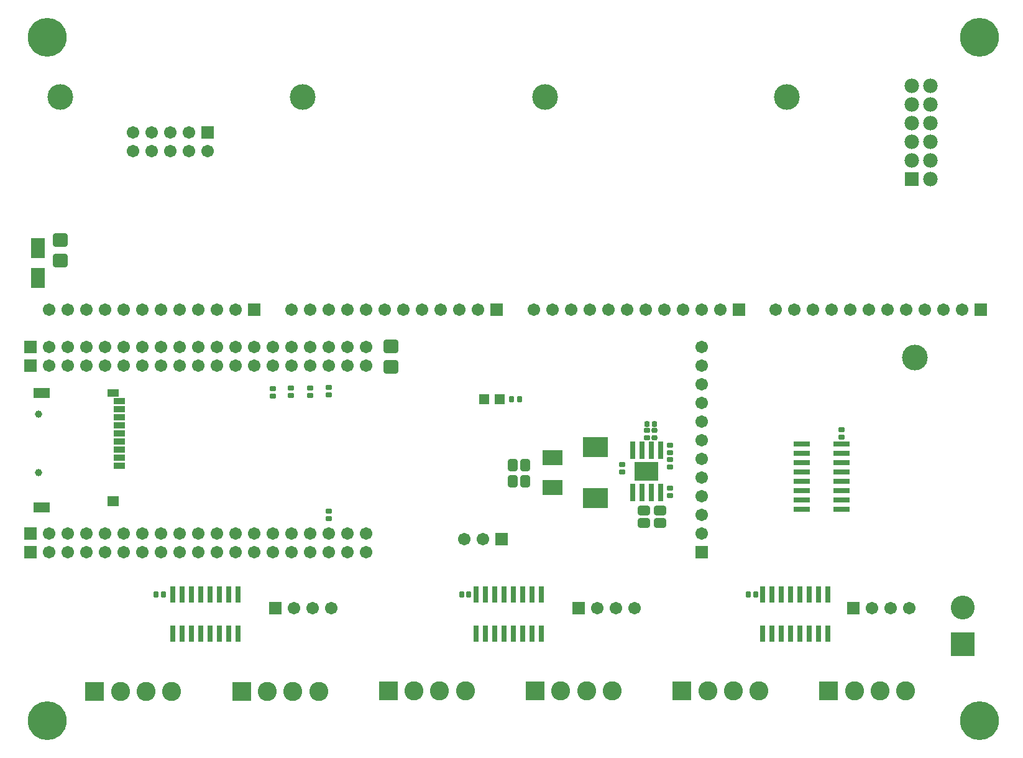
<source format=gbr>
G04 DipTrace 4.0.0.2*
G04 TopMask.gbr*
%MOIN*%
G04 #@! TF.FileFunction,Soldermask,Top*
G04 #@! TF.Part,Single*
%AMOUTLINE1*
4,1,28,
0.005577,-0.016008,
-0.005577,-0.016008,
-0.007786,-0.015717,
-0.010088,-0.014763,
-0.012065,-0.013246,
-0.013582,-0.011269,
-0.014536,-0.008967,
-0.014827,-0.006758,
-0.014827,0.006758,
-0.014536,0.008967,
-0.013582,0.011269,
-0.012065,0.013246,
-0.010088,0.014763,
-0.007786,0.015717,
-0.005577,0.016008,
0.005577,0.016008,
0.007786,0.015717,
0.010088,0.014763,
0.012065,0.013246,
0.013582,0.011269,
0.014536,0.008967,
0.014827,0.006758,
0.014827,-0.006758,
0.014536,-0.008967,
0.013582,-0.011269,
0.012065,-0.013246,
0.010088,-0.014763,
0.007786,-0.015717,
0.005577,-0.016008,
0*%
%AMOUTLINE4*
4,1,28,
-0.005577,0.016008,
0.005577,0.016008,
0.007786,0.015717,
0.010088,0.014763,
0.012065,0.013246,
0.013582,0.011269,
0.014536,0.008967,
0.014827,0.006758,
0.014827,-0.006758,
0.014536,-0.008967,
0.013582,-0.011269,
0.012065,-0.013246,
0.010088,-0.014763,
0.007786,-0.015717,
0.005577,-0.016008,
-0.005577,-0.016008,
-0.007786,-0.015717,
-0.010088,-0.014763,
-0.012065,-0.013246,
-0.013582,-0.011269,
-0.014536,-0.008967,
-0.014827,-0.006758,
-0.014827,0.006758,
-0.014536,0.008967,
-0.013582,0.011269,
-0.012065,0.013246,
-0.010088,0.014763,
-0.007786,0.015717,
-0.005577,0.016008,
0*%
%AMOUTLINE7*
4,1,28,
-0.026246,0.035496,
0.026246,0.035496,
0.029474,0.035071,
0.032726,0.033724,
0.035518,0.031581,
0.037661,0.028789,
0.039008,0.025537,
0.039433,0.022309,
0.039433,-0.022309,
0.039008,-0.025537,
0.037661,-0.028789,
0.035518,-0.031581,
0.032726,-0.033724,
0.029474,-0.035071,
0.026246,-0.035496,
-0.026246,-0.035496,
-0.029474,-0.035071,
-0.032726,-0.033724,
-0.035518,-0.031581,
-0.037661,-0.028789,
-0.039008,-0.025537,
-0.039433,-0.022309,
-0.039433,0.022309,
-0.039008,0.025537,
-0.037661,0.028789,
-0.035518,0.031581,
-0.032726,0.033724,
-0.029474,0.035071,
-0.026246,0.035496,
0*%
%AMOUTLINE10*
4,1,28,
-0.016008,-0.005577,
-0.016008,0.005577,
-0.015717,0.007785,
-0.014764,0.010088,
-0.013247,0.012065,
-0.011269,0.013582,
-0.008967,0.014536,
-0.006759,0.014827,
0.006758,0.014827,
0.008967,0.014536,
0.011269,0.013583,
0.013246,0.012065,
0.014763,0.010088,
0.015717,0.007786,
0.016008,0.005577,
0.016008,-0.005577,
0.015717,-0.007785,
0.014764,-0.010088,
0.013247,-0.012065,
0.011269,-0.013582,
0.008967,-0.014536,
0.006759,-0.014827,
-0.006758,-0.014827,
-0.008967,-0.014536,
-0.011269,-0.013583,
-0.013246,-0.012065,
-0.014763,-0.010088,
-0.015717,-0.007786,
-0.016008,-0.005577,
0*%
%AMOUTLINE13*
4,1,28,
0.016008,0.005577,
0.016008,-0.005577,
0.015717,-0.007785,
0.014764,-0.010088,
0.013247,-0.012065,
0.011269,-0.013582,
0.008967,-0.014536,
0.006759,-0.014827,
-0.006758,-0.014827,
-0.008967,-0.014536,
-0.011269,-0.013583,
-0.013246,-0.012065,
-0.014763,-0.010088,
-0.015717,-0.007786,
-0.016008,-0.005577,
-0.016008,0.005577,
-0.015717,0.007785,
-0.014764,0.010088,
-0.013247,0.012065,
-0.011269,0.013582,
-0.008967,0.014536,
-0.006759,0.014827,
0.006758,0.014827,
0.008967,0.014536,
0.011269,0.013583,
0.013246,0.012065,
0.014763,0.010088,
0.015717,0.007786,
0.016008,0.005577,
0*%
%AMOUTLINE16*
4,1,28,
-0.032937,-0.01227,
-0.032937,0.01227,
-0.032499,0.0156,
-0.031112,0.018946,
-0.028907,0.02182,
-0.026033,0.024026,
-0.022686,0.025412,
-0.019357,0.02585,
0.019357,0.02585,
0.022686,0.025412,
0.026033,0.024026,
0.028907,0.02182,
0.031112,0.018946,
0.032499,0.0156,
0.032937,0.01227,
0.032937,-0.01227,
0.032499,-0.0156,
0.031112,-0.018946,
0.028907,-0.02182,
0.026033,-0.024026,
0.022686,-0.025412,
0.019357,-0.02585,
-0.019357,-0.02585,
-0.022686,-0.025412,
-0.026033,-0.024026,
-0.028907,-0.02182,
-0.031112,-0.018946,
-0.032499,-0.0156,
-0.032937,-0.01227,
0*%
%AMOUTLINE19*
4,1,28,
0.032937,0.01227,
0.032937,-0.01227,
0.032499,-0.0156,
0.031112,-0.018946,
0.028907,-0.02182,
0.026033,-0.024026,
0.022686,-0.025412,
0.019357,-0.02585,
-0.019357,-0.02585,
-0.022686,-0.025412,
-0.026033,-0.024026,
-0.028907,-0.02182,
-0.031112,-0.018946,
-0.032499,-0.0156,
-0.032937,-0.01227,
-0.032937,0.01227,
-0.032499,0.0156,
-0.031112,0.018946,
-0.028907,0.02182,
-0.026033,0.024026,
-0.022686,0.025412,
-0.019357,0.02585,
0.019357,0.02585,
0.022686,0.025412,
0.026033,0.024026,
0.028907,0.02182,
0.031112,0.018946,
0.032499,0.0156,
0.032937,0.01227,
0*%
%AMOUTLINE22*
4,1,28,
0.005183,-0.015614,
-0.005183,-0.015614,
-0.007188,-0.01535,
-0.009301,-0.014475,
-0.011115,-0.013083,
-0.012507,-0.011269,
-0.013382,-0.009157,
-0.013646,-0.007152,
-0.013646,0.007152,
-0.013382,0.009157,
-0.012507,0.011269,
-0.011115,0.013083,
-0.009301,0.014475,
-0.007188,0.01535,
-0.005183,0.015614,
0.005183,0.015614,
0.007188,0.01535,
0.009301,0.014475,
0.011115,0.013083,
0.012507,0.011269,
0.013382,0.009157,
0.013646,0.007152,
0.013646,-0.007152,
0.013382,-0.009157,
0.012507,-0.011269,
0.011115,-0.013083,
0.009301,-0.014475,
0.007188,-0.01535,
0.005183,-0.015614,
0*%
%AMOUTLINE25*
4,1,28,
-0.005183,0.015614,
0.005183,0.015614,
0.007188,0.01535,
0.009301,0.014475,
0.011115,0.013083,
0.012507,0.011269,
0.013382,0.009157,
0.013646,0.007152,
0.013646,-0.007152,
0.013382,-0.009157,
0.012507,-0.011269,
0.011115,-0.013083,
0.009301,-0.014475,
0.007188,-0.01535,
0.005183,-0.015614,
-0.005183,-0.015614,
-0.007188,-0.01535,
-0.009301,-0.014475,
-0.011115,-0.013083,
-0.012507,-0.011269,
-0.013382,-0.009157,
-0.013646,-0.007152,
-0.013646,0.007152,
-0.013382,0.009157,
-0.012507,0.011269,
-0.011115,0.013083,
-0.009301,0.014475,
-0.007188,0.01535,
-0.005183,0.015614,
0*%
%AMOUTLINE28*
4,1,28,
0.015614,0.005183,
0.015614,-0.005183,
0.01535,-0.007188,
0.014475,-0.009301,
0.013083,-0.011115,
0.011269,-0.012507,
0.009157,-0.013382,
0.007152,-0.013646,
-0.007152,-0.013646,
-0.009157,-0.013382,
-0.011269,-0.012507,
-0.013083,-0.011115,
-0.014475,-0.009301,
-0.01535,-0.007188,
-0.015614,-0.005183,
-0.015614,0.005183,
-0.01535,0.007188,
-0.014475,0.009301,
-0.013083,0.011115,
-0.011269,0.012507,
-0.009157,0.013382,
-0.007152,0.013646,
0.007152,0.013646,
0.009157,0.013382,
0.011269,0.012507,
0.013083,0.011115,
0.014475,0.009301,
0.01535,0.007188,
0.015614,0.005183,
0*%
%AMOUTLINE31*
4,1,28,
-0.015614,-0.005183,
-0.015614,0.005183,
-0.01535,0.007188,
-0.014475,0.009301,
-0.013083,0.011115,
-0.011269,0.012507,
-0.009157,0.013382,
-0.007152,0.013646,
0.007152,0.013646,
0.009157,0.013382,
0.011269,0.012507,
0.013083,0.011115,
0.014475,0.009301,
0.01535,0.007188,
0.015614,0.005183,
0.015614,-0.005183,
0.01535,-0.007188,
0.014475,-0.009301,
0.013083,-0.011115,
0.011269,-0.012507,
0.009157,-0.013382,
0.007152,-0.013646,
-0.007152,-0.013646,
-0.009157,-0.013382,
-0.011269,-0.012507,
-0.013083,-0.011115,
-0.014475,-0.009301,
-0.01535,-0.007188,
-0.015614,-0.005183,
0*%
%AMOUTLINE34*
4,1,28,
-0.01227,0.032937,
0.01227,0.032937,
0.0156,0.032499,
0.018946,0.031112,
0.02182,0.028907,
0.024026,0.026033,
0.025412,0.022686,
0.02585,0.019357,
0.02585,-0.019357,
0.025412,-0.022686,
0.024026,-0.026033,
0.02182,-0.028907,
0.018946,-0.031112,
0.0156,-0.032499,
0.01227,-0.032937,
-0.01227,-0.032937,
-0.0156,-0.032499,
-0.018946,-0.031112,
-0.02182,-0.028907,
-0.024026,-0.026033,
-0.025412,-0.022686,
-0.02585,-0.019357,
-0.02585,0.019357,
-0.025412,0.022686,
-0.024026,0.026033,
-0.02182,0.028907,
-0.018946,0.031112,
-0.0156,0.032499,
-0.01227,0.032937,
0*%
%AMOUTLINE37*
4,1,28,
0.01227,-0.032937,
-0.01227,-0.032937,
-0.0156,-0.032499,
-0.018946,-0.031112,
-0.02182,-0.028907,
-0.024026,-0.026033,
-0.025412,-0.022686,
-0.02585,-0.019357,
-0.02585,0.019357,
-0.025412,0.022686,
-0.024026,0.026033,
-0.02182,0.028907,
-0.018946,0.031112,
-0.0156,0.032499,
-0.01227,0.032937,
0.01227,0.032937,
0.0156,0.032499,
0.018946,0.031112,
0.02182,0.028907,
0.024026,0.026033,
0.025412,0.022686,
0.02585,0.019357,
0.02585,-0.019357,
0.025412,-0.022686,
0.024026,-0.026033,
0.02182,-0.028907,
0.018946,-0.031112,
0.0156,-0.032499,
0.01227,-0.032937,
0*%
%AMOUTLINE40*
4,1,28,
-0.016205,-0.005577,
-0.016205,0.005577,
-0.015927,0.007684,
-0.015013,0.009891,
-0.013558,0.011787,
-0.011663,0.013241,
-0.009455,0.014156,
-0.007349,0.014433,
0.007349,0.014433,
0.009455,0.014156,
0.011663,0.013241,
0.013558,0.011787,
0.015013,0.009891,
0.015927,0.007684,
0.016205,0.005577,
0.016205,-0.005577,
0.015927,-0.007684,
0.015013,-0.009891,
0.013558,-0.011787,
0.011663,-0.013241,
0.009455,-0.014156,
0.007349,-0.014433,
-0.007349,-0.014433,
-0.009455,-0.014156,
-0.011663,-0.013241,
-0.013558,-0.011787,
-0.015013,-0.009891,
-0.015927,-0.007684,
-0.016205,-0.005577,
0*%
%AMOUTLINE43*
4,1,28,
0.016205,0.005577,
0.016205,-0.005577,
0.015927,-0.007684,
0.015013,-0.009891,
0.013558,-0.011787,
0.011663,-0.013241,
0.009455,-0.014156,
0.007349,-0.014433,
-0.007349,-0.014433,
-0.009455,-0.014156,
-0.011663,-0.013241,
-0.013558,-0.011787,
-0.015013,-0.009891,
-0.015927,-0.007684,
-0.016205,-0.005577,
-0.016205,0.005577,
-0.015927,0.007684,
-0.015013,0.009891,
-0.013558,0.011787,
-0.011663,0.013241,
-0.009455,0.014156,
-0.007349,0.014433,
0.007349,0.014433,
0.009455,0.014156,
0.011663,0.013241,
0.013558,0.011787,
0.015013,0.009891,
0.015927,0.007684,
0.016205,0.005577,
0*%
%AMOUTLINE46*
4,1,28,
0.005577,-0.016205,
-0.005577,-0.016205,
-0.007684,-0.015927,
-0.009891,-0.015013,
-0.011787,-0.013558,
-0.013241,-0.011663,
-0.014156,-0.009455,
-0.014433,-0.007349,
-0.014433,0.007349,
-0.014156,0.009455,
-0.013241,0.011663,
-0.011787,0.013558,
-0.009891,0.015013,
-0.007684,0.015927,
-0.005577,0.016205,
0.005577,0.016205,
0.007684,0.015927,
0.009891,0.015013,
0.011787,0.013558,
0.013241,0.011663,
0.014156,0.009455,
0.014433,0.007349,
0.014433,-0.007349,
0.014156,-0.009455,
0.013241,-0.011663,
0.011787,-0.013558,
0.009891,-0.015013,
0.007684,-0.015927,
0.005577,-0.016205,
0*%
%AMOUTLINE49*
4,1,28,
-0.005577,0.016205,
0.005577,0.016205,
0.007684,0.015927,
0.009891,0.015013,
0.011787,0.013558,
0.013241,0.011663,
0.014156,0.009455,
0.014433,0.007349,
0.014433,-0.007349,
0.014156,-0.009455,
0.013241,-0.011663,
0.011787,-0.013558,
0.009891,-0.015013,
0.007684,-0.015927,
0.005577,-0.016205,
-0.005577,-0.016205,
-0.007684,-0.015927,
-0.009891,-0.015013,
-0.011787,-0.013558,
-0.013241,-0.011663,
-0.014156,-0.009455,
-0.014433,-0.007349,
-0.014433,0.007349,
-0.014156,0.009455,
-0.013241,0.011663,
-0.011787,0.013558,
-0.009891,0.015013,
-0.007684,0.015927,
-0.005577,0.016205,
0*%
%ADD23C,0.03937*%
%ADD53C,0.137795*%
%ADD62R,0.130047X0.102488*%
%ADD64R,0.025717X0.092646*%
%ADD66C,0.078*%
%ADD68R,0.078X0.078*%
%ADD70R,0.08674X0.031622*%
%ADD72R,0.031622X0.08674*%
%ADD74C,0.128*%
%ADD76R,0.128X0.128*%
%ADD78C,0.102488*%
%ADD80R,0.102488X0.102488*%
%ADD82R,0.063118X0.039496*%
%ADD84R,0.063118X0.055244*%
%ADD86R,0.08674X0.055244*%
%ADD88R,0.059181X0.035559*%
%ADD90C,0.208*%
%ADD92R,0.055244X0.055244*%
%ADD94R,0.106425X0.082803*%
%ADD96C,0.067055*%
%ADD98R,0.067055X0.067055*%
%ADD100R,0.137921X0.106425*%
%ADD102R,0.074929X0.106425*%
%ADD110OUTLINE1*%
%ADD113OUTLINE4*%
%ADD116OUTLINE7*%
%ADD119OUTLINE10*%
%ADD122OUTLINE13*%
%ADD125OUTLINE16*%
%ADD128OUTLINE19*%
%ADD131OUTLINE22*%
%ADD134OUTLINE25*%
%ADD137OUTLINE28*%
%ADD140OUTLINE31*%
%ADD143OUTLINE34*%
%ADD146OUTLINE37*%
%ADD149OUTLINE40*%
%ADD152OUTLINE43*%
%ADD155OUTLINE46*%
%ADD158OUTLINE49*%
%FSLAX26Y26*%
G04*
G70*
G90*
G75*
G01*
G04 TopMask*
%LPD*%
D110*
X1156500Y1209157D3*
D113*
X1117917D3*
D116*
X2375249Y2539276D3*
Y2429039D3*
D110*
X2794000Y1209157D3*
D113*
X2755417D3*
D110*
X4331500D3*
D113*
X4292917D3*
D119*
X4794000Y2052366D3*
D122*
Y2090949D3*
D116*
X601899Y3108451D3*
Y2998215D3*
D125*
X3819194Y1591331D3*
D128*
Y1658260D3*
D125*
X3731639Y1591331D3*
D128*
Y1658260D3*
D131*
X3788243Y2120449D3*
D134*
X3751235D3*
D137*
X3788928Y2086064D3*
D140*
Y2049056D3*
D119*
X3616444Y1865114D3*
D122*
X3616443Y1903697D3*
D143*
X3028423Y1899433D3*
D146*
X3095352D3*
D143*
X3028423Y1812819D3*
D146*
X3095352D3*
D102*
X483604Y2905408D3*
X483601Y3062888D3*
D100*
X3473301Y1996283D3*
X3473308Y1724630D3*
D98*
X1756500Y1134157D3*
D96*
X1856500D3*
X1956500D3*
X2056500D3*
D98*
X3381500D3*
D96*
X3481500D3*
X3581500D3*
X3681500D3*
D98*
X4856500D3*
D96*
X4956500D3*
X5056500D3*
X5156500D3*
D98*
X444000Y2534157D3*
D96*
X544000D3*
X644000D3*
X744000D3*
X844000D3*
X944000D3*
X1044000D3*
X1144000D3*
X1244000D3*
X1344000D3*
X1444000D3*
X1544000D3*
X1644000D3*
X1744000D3*
X1844000D3*
X1944000D3*
X2044000D3*
X2144000D3*
X2244000D3*
D98*
X444000Y2434157D3*
D96*
X544000D3*
X644000D3*
X744000D3*
X844000D3*
X944000D3*
X1044000D3*
X1144000D3*
X1244000D3*
X1344000D3*
X1444000D3*
X1544000D3*
X1644000D3*
X1744000D3*
X1844000D3*
X1944000D3*
X2044000D3*
X2144000D3*
X2244000D3*
D98*
X444000Y1434157D3*
D96*
X544000D3*
X644000D3*
X744000D3*
X844000D3*
X944000D3*
X1044000D3*
X1144000D3*
X1244000D3*
X1344000D3*
X1444000D3*
X1544000D3*
X1644000D3*
X1744000D3*
X1844000D3*
X1944000D3*
X2044000D3*
X2144000D3*
X2244000D3*
D98*
X444000Y1534157D3*
D96*
X544000D3*
X644000D3*
X744000D3*
X844000D3*
X944000D3*
X1044000D3*
X1144000D3*
X1244000D3*
X1344000D3*
X1444000D3*
X1544000D3*
X1644000D3*
X1744000D3*
X1844000D3*
X1944000D3*
X2044000D3*
X2144000D3*
X2244000D3*
D98*
X1394000Y3684157D3*
D96*
Y3584157D3*
X1294000Y3684157D3*
Y3584157D3*
X1194000Y3684157D3*
Y3584157D3*
X1094000Y3684157D3*
Y3584157D3*
X994000Y3684157D3*
Y3584157D3*
D98*
X2969000Y1504316D3*
D96*
X2869000Y1504314D3*
X2769000Y1504311D3*
D94*
X3243777Y1941165D3*
Y1779748D3*
D92*
X2959315Y2253953D3*
X2876638D3*
D90*
X5531795Y531795D3*
Y4193213D3*
X531795D3*
Y531795D3*
D98*
X1644005Y2734157D3*
D96*
X1544005D3*
X1444005D3*
X1344005D3*
X1244005D3*
X1144005D3*
X1044005D3*
X944005D3*
X844014D3*
X744014D3*
X644014D3*
X544014D3*
D53*
X601874Y3875890D3*
D98*
X2944005Y2734157D3*
D96*
X2844005D3*
X2744005D3*
X2644005D3*
X2544005D3*
X2444005D3*
X2344005D3*
X2244005D3*
X2144014D3*
X2044014D3*
X1944014D3*
X1844014D3*
D53*
X1901874Y3875890D3*
D98*
X4244005Y2734157D3*
D96*
X4144005D3*
X4044005D3*
X3944005D3*
X3844005D3*
X3744005D3*
X3644005D3*
X3544005D3*
X3444014D3*
X3344014D3*
X3244014D3*
X3144014D3*
D53*
X3201874Y3875890D3*
D98*
X5540406Y2734157D3*
D96*
X5440406D3*
X5340406D3*
X5240406D3*
X5140406D3*
X5040406D3*
X4940406D3*
X4840406D3*
X4740415D3*
X4640415D3*
X4540415D3*
X4440415D3*
D53*
X4498274Y3875890D3*
D98*
X4044000Y1434165D3*
D96*
Y1534165D3*
Y1634165D3*
Y1734165D3*
Y1834165D3*
Y1934165D3*
Y2034165D3*
Y2134165D3*
Y2234156D3*
Y2334156D3*
Y2434156D3*
Y2534156D3*
D53*
X5185732Y2476297D3*
D149*
X1744000Y2270131D3*
D152*
Y2310682D3*
D149*
X1840850Y2273331D3*
D152*
Y2313882D3*
D149*
X1942867Y2273331D3*
D152*
Y2313882D3*
D149*
X2044000Y2276382D3*
D152*
Y2316933D3*
D155*
X3064991Y2252907D3*
D158*
X3024440D3*
D149*
X2044000Y1613942D3*
D152*
Y1654493D3*
X3872303Y1776795D3*
D149*
Y1736244D3*
D152*
X3751089Y2087942D3*
D149*
Y2047391D3*
D152*
X3871608Y1930312D3*
D149*
Y1889761D3*
D152*
X3871516Y2008276D3*
D149*
Y1967724D3*
D88*
X919000Y1896657D3*
Y1939965D3*
Y1983272D3*
Y2026579D3*
Y2069886D3*
Y2113193D3*
Y2156500D3*
Y2199807D3*
Y2243114D3*
D86*
X503646Y1675398D3*
D84*
X885535Y1708469D3*
D82*
Y2286421D3*
D86*
X503646D3*
D23*
X487898Y2175791D3*
Y1860831D3*
D80*
X787701Y689276D3*
D78*
X925496D3*
X1063291D3*
X1201087D3*
D80*
X1575102D3*
D78*
X1712898D3*
X1850693D3*
X1988488D3*
D80*
X2362504Y691559D3*
D78*
X2500299D3*
X2638094D3*
X2775890D3*
D76*
X5443999Y940407D3*
D74*
Y1137257D3*
D80*
X3149906Y691559D3*
D78*
X3287701D3*
X3425496D3*
X3563291D3*
D80*
X3937307D3*
D78*
X4075102D3*
X4212898D3*
X4350693D3*
D80*
X4724709D3*
D78*
X4862504D3*
X5000299D3*
X5138094D3*
D72*
X1206500Y996657D3*
X1256500D3*
X1306500D3*
X1356500D3*
X1406500D3*
X1456500D3*
X1506500D3*
X1556500D3*
Y1209256D3*
X1506500D3*
X1456500D3*
X1406500D3*
X1356500D3*
X1306500D3*
X1256500D3*
X1206500D3*
X2831500Y996657D3*
X2881500D3*
X2931500D3*
X2981500D3*
X3031500D3*
X3081500D3*
X3131500D3*
X3181500D3*
Y1209256D3*
X3131500D3*
X3081500D3*
X3031500D3*
X2981500D3*
X2931500D3*
X2881500D3*
X2831500D3*
X4369000Y996657D3*
X4419000D3*
X4469000D3*
X4519000D3*
X4569000D3*
X4619000D3*
X4669000D3*
X4719000D3*
Y1209256D3*
X4669000D3*
X4619000D3*
X4569000D3*
X4519000D3*
X4469000D3*
X4419000D3*
X4369000D3*
D70*
X4581450Y2015407D3*
Y1965407D3*
Y1915407D3*
Y1865407D3*
Y1815407D3*
Y1765407D3*
Y1715407D3*
Y1665407D3*
X4794049D3*
Y1715407D3*
Y1765407D3*
Y1815407D3*
Y1865407D3*
Y1915407D3*
Y1965407D3*
Y2015407D3*
D68*
X5169000Y3434157D3*
D66*
X5269000D3*
X5169000Y3534157D3*
X5269000D3*
X5169000Y3634157D3*
X5269000D3*
X5169000Y3734157D3*
X5269000D3*
X5169000Y3834157D3*
X5269000D3*
X5169000Y3934157D3*
X5269000D3*
D64*
X3672615Y1755929D3*
X3722615D3*
X3772615D3*
X3822615D3*
Y1982307D3*
X3772615D3*
X3722615D3*
X3672615D3*
D62*
X3747615Y1869118D3*
M02*

</source>
